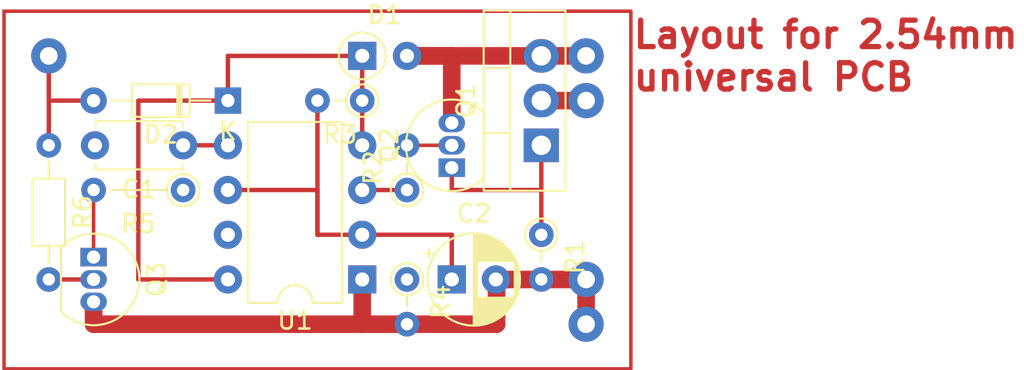
<source format=kicad_pcb>
(kicad_pcb (version 20211014) (generator pcbnew)
  (layers (0 "F.Cu" signal) (31 "B.Cu" signal) (34 "B.Paste" user) (35 "F.Paste" user) (36 "B.SilkS" user "B.Silkscreen") (37 "F.SilkS" user "F.Silkscreen") (38 "B.Mask" user) (39 "F.Mask" user) (44 "Edge.Cuts" user))
  (net 0 "")
  (net 1 "Net-(C1-Pad1)")
  (net 2 "GND")
  (net 3 "Out")
  (net 4 "Net-(Q1-Pad1)")
  (net 5 "Net-(Q2-Pad2)")
  (net 6 "+12V")
  (net 7 "Net-(Q3-Pad1)")
  (net 8 "/Vcc")
  (net 10 "In")
  (net 11 "/On")
  (net 12 "Net-(Q3-Pad2)")
  (net 13 "/Charge")
  (footprint "Package_TO_SOT_THT:TO-92_Inline" (layer "F.Cu") (at 38.1 21.59 90)
    (fp_text reference "Q2" (at 1.27 -3.56 90) (layer "F.SilkS"))
    (fp_text value "BC557C")
    (fp_line (start -0.53 1.85) (end 3.07 1.85) (layer "F.SilkS") (width 0.12))
    (fp_arc (start 1.27 -2.6) (mid 3.672087 -0.994977) (end 3.108478 1.838478) (layer "F.SilkS") (width 0.12))
    (fp_arc (start -0.568478 1.838478) (mid -1.132087 -0.994977) (end 1.27 -2.6) (layer "F.SilkS") (width 0.12))
    (pad "1" thru_hole rect (at 0 0 90) (size 1.05 1.5) (drill 0.75) (layers *.Cu *.Mask) (net 4 "Net-(Q1-Pad1)"))
    (pad "2" thru_hole oval (at 1.27 0 90) (size 1.05 1.5) (drill 0.75) (layers *.Cu *.Mask) (net 5 "Net-(Q2-Pad2)"))
    (pad "3" thru_hole oval (at 2.54 0 90) (size 1.05 1.5) (drill 0.75) (layers *.Cu *.Mask) (net 6 "+12V"))
  )
  (footprint "Resistor_THT:R_Axial_DIN0204_L3.6mm_D1.6mm_P2.54mm_Vertical" (layer "F.Cu") (at 43.18 25.4 -90)
    (fp_text reference "R1" (at 1.27 -1.92 -90) (layer "F.SilkS"))
    (fp_text value "470k")
    (fp_line (start 0.92 0) (end 1.54 0) (layer "F.SilkS") (width 0.12))
    (fp_circle (center 0 0) (end 0.92 0) (layer "F.SilkS") (width 0.12) (fill none))
    (pad "1" thru_hole circle (at 0 0 270) (size 1.4 1.4) (drill 0.7) (layers *.Cu *.Mask) (net 4 "Net-(Q1-Pad1)"))
    (pad "2" thru_hole oval (at 2.54 0 270) (size 1.4 1.4) (drill 0.7) (layers *.Cu *.Mask) (net 2 "GND"))
  )
  (footprint "Package_TO_SOT_THT:TO-92_Inline" (layer "F.Cu") (at 17.78 26.67 -90)
    (fp_text reference "Q3" (at 1.27 -3.56 90) (layer "F.SilkS"))
    (fp_text value "BC548")
    (fp_line (start -0.53 1.85) (end 3.07 1.85) (layer "F.SilkS") (width 0.12))
    (fp_arc (start 1.27 -2.6) (mid 3.672087 -0.994977) (end 3.108478 1.838478) (layer "F.SilkS") (width 0.12))
    (fp_arc (start -0.568478 1.838478) (mid -1.132087 -0.994977) (end 1.27 -2.6) (layer "F.SilkS") (width 0.12))
    (pad "1" thru_hole rect (at 0 0 270) (size 1.05 1.5) (drill 0.75) (layers *.Cu *.Mask) (net 7 "Net-(Q3-Pad1)"))
    (pad "2" thru_hole oval (at 1.27 0 270) (size 1.05 1.5) (drill 0.75) (layers *.Cu *.Mask) (net 12 "Net-(Q3-Pad2)"))
    (pad "3" thru_hole oval (at 2.54 0 270) (size 1.05 1.5) (drill 0.75) (layers *.Cu *.Mask) (net 2 "GND"))
  )
  (footprint "Resistor_THT:R_Axial_DIN0204_L3.6mm_D1.6mm_P7.62mm_Horizontal" (layer "F.Cu") (at 15.24 20.32 -90)
    (fp_text reference "R6" (at 3.81 -1.92 -90) (layer "F.SilkS"))
    (fp_text value "100k")
    (fp_line (start 6.68 0) (end 5.73 0) (layer "F.SilkS") (width 0.12))
    (fp_line (start 5.73 0.92) (end 5.73 -0.92) (layer "F.SilkS") (width 0.12))
    (fp_line (start 5.73 -0.92) (end 1.89 -0.92) (layer "F.SilkS") (width 0.12))
    (fp_line (start 1.89 0.92) (end 5.73 0.92) (layer "F.SilkS") (width 0.12))
    (fp_line (start 0.94 0) (end 1.89 0) (layer "F.SilkS") (width 0.12))
    (fp_line (start 1.89 -0.92) (end 1.89 0.92) (layer "F.SilkS") (width 0.12))
    (pad "1" thru_hole circle (at 0 0 270) (size 1.4 1.4) (drill 0.7) (layers *.Cu *.Mask) (net 10 "In"))
    (pad "2" thru_hole oval (at 7.62 0 270) (size 1.4 1.4) (drill 0.7) (layers *.Cu *.Mask) (net 12 "Net-(Q3-Pad2)"))
  )
  (footprint "Resistor_THT:R_Axial_DIN0204_L3.6mm_D1.6mm_P2.54mm_Vertical" (layer "F.Cu") (at 35.56 22.86 90)
    (fp_text reference "R2" (at 1.27 -1.92 90) (layer "F.SilkS"))
    (fp_text value "470k")
    (fp_line (start 0.92 0) (end 1.54 0) (layer "F.SilkS") (width 0.12))
    (fp_circle (center 0 0) (end 0.92 0) (layer "F.SilkS") (width 0.12) (fill none))
    (pad "1" thru_hole circle (at 0 0 90) (size 1.4 1.4) (drill 0.7) (layers *.Cu *.Mask) (net 11 "/On"))
    (pad "2" thru_hole oval (at 2.54 0 90) (size 1.4 1.4) (drill 0.7) (layers *.Cu *.Mask) (net 5 "Net-(Q2-Pad2)"))
  )
  (footprint "Capacitor_THT:C_Disc_D4.7mm_W2.5mm_P5.00mm" (layer "F.Cu") (at 22.86 20.32 180)
    (fp_text reference "C1" (at 2.5 -2.5) (layer "F.SilkS"))
    (fp_text value "10n")
    (fp_line (start 0.03 1.37) (end 4.97 1.37) (layer "F.SilkS") (width 0.12))
    (fp_line (start 0.03 1.055) (end 0.03 1.37) (layer "F.SilkS") (width 0.12))
    (fp_line (start 4.97 -1.37) (end 4.97 -1.055) (layer "F.SilkS") (width 0.12))
    (fp_line (start 0.03 -1.37) (end 0.03 -1.055) (layer "F.SilkS") (width 0.12))
    (fp_line (start 0.03 -1.37) (end 4.97 -1.37) (layer "F.SilkS") (width 0.12))
    (fp_line (start 4.97 1.055) (end 4.97 1.37) (layer "F.SilkS") (width 0.12))
    (pad "1" thru_hole circle (at 0 0 180) (size 1.6 1.6) (drill 0.8) (layers *.Cu *.Mask) (net 1 "Net-(C1-Pad1)"))
    (pad "2" thru_hole circle (at 5 0 180) (size 1.6 1.6) (drill 0.8) (layers *.Cu *.Mask) (net 2 "GND"))
  )
  (footprint "Resistor_THT:R_Axial_DIN0204_L3.6mm_D1.6mm_P5.08mm_Vertical" (layer "F.Cu") (at 22.86 22.86 180)
    (fp_text reference "R5" (at 2.54 -1.92 180) (layer "F.SilkS"))
    (fp_text value "100")
    (fp_line (start 0.92 0) (end 4.08 0) (layer "F.SilkS") (width 0.12))
    (fp_circle (center 0 0) (end 0.92 0) (layer "F.SilkS") (width 0.12) (fill none))
    (pad "1" thru_hole circle (at 0 0 180) (size 1.4 1.4) (drill 0.7) (layers *.Cu *.Mask) (net 13 "/Charge"))
    (pad "2" thru_hole oval (at 5.08 0 180) (size 1.4 1.4) (drill 0.7) (layers *.Cu *.Mask) (net 7 "Net-(Q3-Pad1)"))
  )
  (footprint "Package_DIP:DIP-8_W7.62mm" (layer "F.Cu") (at 33.02 27.94 180)
    (fp_text reference "U1" (at 3.81 -2.33) (layer "F.SilkS"))
    (fp_text value "ICM7555xP")
    (fp_line (start 1.16 8.95) (end 6.46 8.95) (layer "F.SilkS") (width 0.12))
    (fp_line (start 1.16 -1.33) (end 1.16 8.95) (layer "F.SilkS") (width 0.12))
    (fp_line (start 6.46 -1.33) (end 4.81 -1.33) (layer "F.SilkS") (width 0.12))
    (fp_line (start 2.81 -1.33) (end 1.16 -1.33) (layer "F.SilkS") (width 0.12))
    (fp_line (start 6.46 8.95) (end 6.46 -1.33) (layer "F.SilkS") (width 0.12))
    (fp_arc (start 4.81 -1.33) (mid 3.81 -0.33) (end 2.81 -1.33) (layer "F.SilkS") (width 0.12))
    (pad "1" thru_hole rect (at 0 0 180) (size 1.6 1.6) (drill 0.8) (layers *.Cu *.Mask) (net 2 "GND"))
    (pad "2" thru_hole oval (at 0 2.54 180) (size 1.6 1.6) (drill 0.8) (layers *.Cu *.Mask) (net 13 "/Charge"))
    (pad "3" thru_hole oval (at 0 5.08 180) (size 1.6 1.6) (drill 0.8) (layers *.Cu *.Mask) (net 11 "/On"))
    (pad "4" thru_hole oval (at 0 7.62 180) (size 1.6 1.6) (drill 0.8) (layers *.Cu *.Mask) (net 8 "/Vcc"))
    (pad "5" thru_hole oval (at 7.62 7.62 180) (size 1.6 1.6) (drill 0.8) (layers *.Cu *.Mask) (net 1 "Net-(C1-Pad1)"))
    (pad "6" thru_hole oval (at 7.62 5.08 180) (size 1.6 1.6) (drill 0.8) (layers *.Cu *.Mask) (net 13 "/Charge"))
    (pad "7" thru_hole oval (at 7.62 2.54 180) (size 1.6 1.6) (drill 0.8) (layers *.Cu *.Mask))
    (pad "8" thru_hole oval (at 7.62 0 180) (size 1.6 1.6) (drill 0.8) (layers *.Cu *.Mask) (net 8 "/Vcc"))
  )
  (footprint "Diode_THT:D_DO-35_SOD27_P2.54mm_Vertical_AnodeUp" (layer "F.Cu") (at 33.02 15.24)
    (fp_text reference "D1" (at 1.27 -2.326371) (layer "F.SilkS"))
    (fp_text value "1N4148")
    (fp_line (start 1.326371 0) (end 1.44 0) (layer "F.SilkS") (width 0.12))
    (fp_circle (center 0 0) (end 1.326371 0) (layer "F.SilkS") (width 0.12) (fill none))
    (pad "1" thru_hole rect (at 0 0) (size 1.6 1.6) (drill 0.8) (layers *.Cu *.Mask) (net 8 "/Vcc"))
    (pad "2" thru_hole oval (at 2.54 0) (size 1.6 1.6) (drill 0.8) (layers *.Cu *.Mask) (net 6 "+12V"))
  )
  (footprint "Diode_THT:D_DO-34_SOD68_P7.62mm_Horizontal" (layer "F.Cu") (at 25.4 17.78 180)
    (fp_text reference "D2" (at 3.81 -1.92 180) (layer "F.SilkS"))
    (fp_text value "1N4148")
    (fp_text user "K" (at 0 -1.75 180) (layer "F.SilkS"))
    (fp_line (start 2.746 -0.92) (end 2.746 0.92) (layer "F.SilkS") (width 0.12))
    (fp_line (start 5.45 0.92) (end 5.45 -0.92) (layer "F.SilkS") (width 0.12))
    (fp_line (start 5.45 -0.92) (end 2.17 -0.92) (layer "F.SilkS") (width 0.12))
    (fp_line (start 2.866 -0.92) (end 2.866 0.92) (layer "F.SilkS") (width 0.12))
    (fp_line (start 0.99 0) (end 2.17 0) (layer "F.SilkS") (width 0.12))
    (fp_line (start 2.17 0.92) (end 5.45 0.92) (layer "F.SilkS") (width 0.12))
    (fp_line (start 6.63 0) (end 5.45 0) (layer "F.SilkS") (width 0.12))
    (fp_line (start 2.17 -0.92) (end 2.17 0.92) (layer "F.SilkS") (width 0.12))
    (fp_line (start 2.626 -0.92) (end 2.626 0.92) (layer "F.SilkS") (width 0.12))
    (pad "1" thru_hole rect (at 0 0 180) (size 1.5 1.5) (drill 0.75) (layers *.Cu *.Mask) (net 8 "/Vcc"))
    (pad "2" thru_hole oval (at 7.62 0 180) (size 1.5 1.5) (drill 0.75) (layers *.Cu *.Mask) (net 10 "In"))
  )
  (footprint "Resistor_THT:R_Axial_DIN0204_L3.6mm_D1.6mm_P2.54mm_Vertical" (layer "F.Cu") (at 35.56 27.94 -90)
    (fp_text reference "R4" (at 1.27 -1.92 90) (layer "F.SilkS"))
    (fp_text value "1Meg")
    (fp_line (start 0.92 0) (end 1.54 0) (layer "F.SilkS") (width 0.12))
    (fp_circle (center 0 0) (end 0.92 0) (layer "F.SilkS") (width 0.12) (fill none))
    (pad "1" thru_hole circle (at 0 0 270) (size 1.4 1.4) (drill 0.7) (layers *.Cu *.Mask) (net 13 "/Charge"))
    (pad "2" thru_hole oval (at 2.54 0 270) (size 1.4 1.4) (drill 0.7) (layers *.Cu *.Mask) (net 2 "GND"))
  )
  (footprint "Resistor_THT:R_Axial_DIN0204_L3.6mm_D1.6mm_P2.54mm_Vertical" (layer "F.Cu") (at 33.02 17.78 180)
    (fp_text reference "R3" (at 1.27 -1.92) (layer "F.SilkS"))
    (fp_text value "100k")
    (fp_line (start 0.92 0) (end 1.54 0) (layer "F.SilkS") (width 0.12))
    (fp_circle (center 0 0) (end 0.92 0) (layer "F.SilkS") (width 0.12) (fill none))
    (pad "1" thru_hole circle (at 0 0 180) (size 1.4 1.4) (drill 0.7) (layers *.Cu *.Mask) (net 8 "/Vcc"))
    (pad "2" thru_hole oval (at 2.54 0 180) (size 1.4 1.4) (drill 0.7) (layers *.Cu *.Mask) (net 13 "/Charge"))
  )
  (footprint "Package_TO_SOT_THT:TO-220-3_Vertical" (layer "F.Cu") (at 43.18 20.32 90)
    (fp_text reference "Q1" (at 2.54 -4.27 90) (layer "F.SilkS"))
    (fp_text value "IRF4905")
    (fp_line (start -2.58 1.371) (end 7.66 1.371) (layer "F.SilkS") (width 0.12))
    (fp_line (start -2.58 -3.27) (end 7.66 -3.27) (layer "F.SilkS") (width 0.12))
    (fp_line (start -2.58 -3.27) (end -2.58 1.371) (layer "F.SilkS") (width 0.12))
    (fp_line (start 0.69 -3.27) (end 0.69 -1.76) (layer "F.SilkS") (width 0.12))
    (fp_line (start -2.58 -1.76) (end 7.66 -1.76) (layer "F.SilkS") (width 0.12))
    (fp_line (start 4.391 -3.27) (end 4.391 -1.76) (layer "F.SilkS") (width 0.12))
    (fp_line (start 7.66 -3.27) (end 7.66 1.371) (layer "F.SilkS") (width 0.12))
    (pad "1" thru_hole rect (at 0 0 90) (size 1.905 2) (drill 1.1) (layers *.Cu *.Mask) (net 4 "Net-(Q1-Pad1)"))
    (pad "2" thru_hole oval (at 2.54 0 90) (size 1.905 2) (drill 1.1) (layers *.Cu *.Mask) (net 3 "Out"))
    (pad "3" thru_hole oval (at 5.08 0 90) (size 1.905 2) (drill 1.1) (layers *.Cu *.Mask) (net 6 "+12V"))
  )
  (footprint "Capacitor_THT:CP_Radial_D5.0mm_P2.50mm" (layer "F.Cu") (at 38.1 27.94)
    (fp_text reference "C2" (at 1.25 -3.75) (layer "F.SilkS"))
    (fp_text value "470u")
    (fp_line (start -1.554775 -1.475) (end -1.054775 -1.475) (layer "F.SilkS") (width 0.12))
    (fp_line (start 2.371 1.04) (end 2.371 2.329) (layer "F.SilkS") (width 0.12))
    (fp_line (start 3.571 -1.178) (end 3.571 1.178) (layer "F.SilkS") (width 0.12))
    (fp_line (start 1.93 -2.491) (end 1.93 -1.04) (layer "F.SilkS") (width 0.12))
    (fp_line (start -1.304775 -1.725) (end -1.304775 -1.225) (layer "F.SilkS") (width 0.12))
    (fp_line (start 3.051 -1.864) (end 3.051 -1.04) (layer "F.SilkS") (width 0.12))
    (fp_line (start 2.491 1.04) (end 2.491 2.268) (layer "F.SilkS") (width 0.12))
    (fp_line (start 2.811 -2.065) (end 2.811 -1.04) (layer "F.SilkS") (width 0.12))
    (fp_line (start 2.011 1.04) (end 2.011 2.468) (layer "F.SilkS") (width 0.12))
    (fp_line (start 3.651 -1.011) (end 3.651 1.011) (layer "F.SilkS") (width 0.12))
    (fp_line (start 1.77 1.04) (end 1.77 2.528) (layer "F.SilkS") (width 0.12))
    (fp_line (start 2.531 1.04) (end 2.531 2.247) (layer "F.SilkS") (width 0.12))
    (fp_line (start 1.85 -2.511) (end 1.85 -1.04) (layer "F.SilkS") (width 0.12))
    (fp_line (start 2.691 1.04) (end 2.691 2.149) (layer "F.SilkS") (width 0.12))
    (fp_line (start 3.331 1.04) (end 3.331 1.554) (layer "F.SilkS") (width 0.12))
    (fp_line (start 1.93 1.04) (end 1.93 2.491) (layer "F.SilkS") (width 0.12))
    (fp_line (start 3.291 1.04) (end 3.291 1.605) (layer "F.SilkS") (width 0.12))
    (fp_line (start 3.811 -0.518) (end 3.811 0.518) (layer "F.SilkS") (width 0.12))
    (fp_line (start 3.731 -0.805) (end 3.731 0.805) (layer "F.SilkS") (width 0.12))
    (fp_line (start 3.171 -1.743) (end 3.171 -1.04) (layer "F.SilkS") (width 0.12))
    (fp_line (start 1.69 1.04) (end 1.69 2.543) (layer "F.SilkS") (width 0.12))
    (fp_line (start 2.451 -2.29) (end 2.451 -1.04) (layer "F.SilkS") (width 0.12))
    (fp_line (start 1.45 -2.573) (end 1.45 2.573) (layer "F.SilkS") (width 0.12))
    (fp_line (start 1.971 -2.48) (end 1.971 -1.04) (layer "F.SilkS") (width 0.12))
    (fp_line (start 3.091 1.04) (end 3.091 1.826) (layer "F.SilkS") (width 0.12))
    (fp_line (start 2.131 1.04) (end 2.131 2.428) (layer "F.SilkS") (width 0.12))
    (fp_line (start 1.49 -2.569) (end 1.49 -1.04) (layer "F.SilkS") (width 0.12))
    (fp_line (start 2.571 1.04) (end 2.571 2.224) (layer "F.SilkS") (width 0.12))
    (fp_line (start 3.211 1.04) (end 3.211 1.699) (layer "F.SilkS") (width 0.12))
    (fp_line (start 1.65 1.04) (end 1.65 2.55) (layer "F.SilkS") (width 0.12))
    (fp_line (start 1.65 -2.55) (end 1.65 -1.04) (layer "F.SilkS") (width 0.12))
    (fp_line (start 2.331 -2.348) (end 2.331 -1.04) (layer "F.SilkS") (width 0.12))
    (fp_line (start 2.011 -2.468) (end 2.011 -1.04) (layer "F.SilkS") (width 0.12))
    (fp_line (start 1.61 1.04) (end 1.61 2.556) (layer "F.SilkS") (width 0.12))
    (fp_line (start 2.571 -2.224) (end 2.571 -1.04) (layer "F.SilkS") (width 0.12))
    (fp_line (start 3.131 -1.785) (end 3.131 -1.04) (layer "F.SilkS") (width 0.12))
    (fp_line (start 2.251 -2.382) (end 2.251 -1.04) (layer "F.SilkS") (width 0.12))
    (fp_line (start 2.771 -2.095) (end 2.771 -1.04) (layer "F.SilkS") (width 0.12))
    (fp_line (start 1.29 -2.58) (end 1.29 2.58) (layer "F.SilkS") (width 0.12))
    (fp_line (start 3.171 1.04) (end 3.171 1.743) (layer "F.SilkS") (width 0.12))
    (fp_line (start 2.731 -2.122) (end 2.731 -1.04) (layer "F.SilkS") (width 0.12))
    (fp_line (start 1.81 -2.52) (end 1.81 -1.04) (layer "F.SilkS") (width 0.12))
    (fp_line (start 2.811 1.04) (end 2.811 2.065) (layer "F.SilkS") (width 0.12))
    (fp_line (start 2.171 -2.414) (end 2.171 -1.04) (layer "F.SilkS") (width 0.12))
    (fp_line (start 1.53 1.04) (end 1.53 2.565) (layer "F.SilkS") (width 0.12))
    (fp_line (start 2.291 1.04) (end 2.291 2.365) (layer "F.SilkS") (width 0.12))
    (fp_line (start 3.251 1.04) (end 3.251 1.653) (layer "F.SilkS") (width 0.12))
    (fp_line (start 3.371 1.04) (end 3.371 1.5) (layer "F.SilkS") (width 0.12))
    (fp_line (start 2.211 -2.398) (end 2.211 -1.04) (layer "F.SilkS") (width 0.12))
    (fp_line (start 2.891 -2.004) (end 2.891 -1.04) (layer "F.SilkS") (width 0.12))
    (fp_line (start 1.49 1.04) (end 1.49 2.569) (layer "F.SilkS") (width 0.12))
    (fp_line (start 3.371 -1.5) (end 3.371 -1.04) (layer "F.SilkS") (width 0.12))
    (fp_line (start 3.411 -1.443) (end 3.411 -1.04) (layer "F.SilkS") (width 0.12))
    (fp_line (start 1.37 -2.578) (end 1.37 2.578) (layer "F.SilkS") (width 0.12))
    (fp_line (start 2.971 -1.937) (end 2.971 -1.04) (layer "F.SilkS") (width 0.12))
    (fp_line (start 2.291 -2.365) (end 2.291 -1.04) (layer "F.SilkS") (width 0.12))
    (fp_line (start 3.051 1.04) (end 3.051 1.864) (layer "F.SilkS") (width 0.12))
    (fp_line (start 1.33 -2.579) (end 1.33 2.579) (layer "F.SilkS") (width 0.12))
    (fp_line (start 3.491 1.04) (end 3.491 1.319) (layer "F.SilkS") (width 0.12))
    (fp_line (start 2.771 1.04) (end 2.771 2.095) (layer "F.SilkS") (width 0.12))
    (fp_line (start 1.971 1.04) (end 1.971 2.48) (layer "F.SilkS") (width 0.12))
    (fp_line (start 1.85 1.04) (end 1.85 2.511) (layer "F.SilkS") (width 0.12))
    (fp_line (start 3.091 -1.826) (end 3.091 -1.04) (layer "F.SilkS") (width 0.12))
    (fp_line (start 3.491 -1.319) (end 3.491 -1.04) (layer "F.SilkS") (width 0.12))
    (fp_line (start 3.531 1.04) (end 3.531 1.251) (layer "F.SilkS") (width 0.12))
    (fp_line (start 3.211 -1.699) (end 3.211 -1.04) (layer "F.SilkS") (width 0.12))
    (fp_line (start 2.731 1.04) (end 2.731 2.122) (layer "F.SilkS") (width 0.12))
    (fp_line (start 1.57 -2.561) (end 1.57 -1.04) (layer "F.SilkS") (width 0.12))
    (fp_line (start 1.25 -2.58) (end 1.25 2.58) (layer "F.SilkS") (width 0.12))
    (fp_line (start 2.611 -2.2) (end 2.611 -1.04) (layer "F.SilkS") (width 0.12))
    (fp_line (start 2.411 1.04) (end 2.411 2.31) (layer "F.SilkS") (width 0.12))
    (fp_line (start 3.011 1.04) (end 3.011 1.901) (layer "F.SilkS") (width 0.12))
    (fp_line (start 2.251 1.04) (end 2.251 2.382) (layer "F.SilkS") (width 0.12))
    (fp_line (start 2.851 -2.035) (end 2.851 -1.04) (layer "F.SilkS") (width 0.12))
    (fp_line (start 3.531 -1.251) (end 3.531 -1.04) (layer "F.SilkS") (width 0.12))
    (fp_line (start 2.691 -2.149) (end 2.691 -1.04) (layer "F.SilkS") (width 0.12))
    (fp_line (start 2.371 -2.329) (end 2.371 -1.04) (layer "F.SilkS") (width 0.12))
    (fp_line (start 2.851 1.04) (end 2.851 2.035) (layer "F.SilkS") (width 0.12))
    (fp_line (start 2.971 1.04) (end 2.971 1.937) (layer "F.SilkS") (width 0.12))
    (fp_line (start 1.73 -2.536) (end 1.73 -1.04) (layer "F.SilkS") (width 0.12))
    (fp_line (start 3.451 -1.383) (end 3.451 -1.04) (layer "F.SilkS") (width 0.12))
    (fp_line (start 3.851 -0.284) (end 3.851 0.284) (layer "F.SilkS") (width 0.12))
    (fp_line (start 1.77 -2.528) (end 1.77 -1.04) (layer "F.SilkS") (width 0.12))
    (fp_line (start 3.331 -1.554) (end 3.331 -1.04) (layer "F.SilkS") (width 0.12))
    (fp_line (start 1.61 -2.556) (end 1.61 -1.04) (layer "F.SilkS") (width 0.12))
    (fp_line (start 3.691 -0.915) (end 3.691 0.915) (layer "F.SilkS") (width 0.12))
    (fp_line (start 3.771 -0.677) (end 3.771 0.677) (layer "F.SilkS") (width 0.12))
    (fp_line (start 2.651 1.04) (end 2.651 2.175) (layer "F.SilkS") (width 0.12))
    (fp_line (start 3.011 -1.901) (end 3.011 -1.04) (layer "F.SilkS") (width 0.12))
    (fp_line (start 2.411 -2.31) (end 2.411 -1.04) (layer "F.SilkS") (width 0.12))
    (fp_line (start 2.891 1.04) (end 2.891 2.004) (layer "F.SilkS") (width 0.12))
    (fp_line (start 2.171 1.04) (end 2.171 2.414) (layer "F.SilkS") (width 0.12))
    (fp_line (start 3.291 -1.605) (end 3.291 -1.04) (layer "F.SilkS") (width 0.12))
    (fp_line (start 1.73 1.04) (end 1.73 2.536) (layer "F.SilkS") (width 0.12))
    (fp_line (start 1.69 -2.543) (end 1.69 -1.04) (layer "F.SilkS") (width 0.12))
    (fp_line (start 2.051 -2.455) (end 2.051 -1.04) (layer "F.SilkS") (width 0.12))
    (fp_line (start 3.251 -1.653) (end 3.251 -1.04) (layer "F.SilkS") (width 0.12))
    (fp_line (start 2.051 1.04) (end 2.051 2.455) (layer "F.SilkS") (width 0.12))
    (fp_line (start 2.091 -2.442) (end 2.091 -1.04) (layer "F.SilkS") (width 0.12))
    (fp_line (start 2.931 1.04) (end 2.931 1.971) (layer "F.SilkS") (width 0.12))
    (fp_line (start 2.451 1.04) (end 2.451 2.29) (layer "F.SilkS") (width 0.12))
    (fp_line (start 2.131 -2.428) (end 2.131 -1.04) (layer "F.SilkS") (width 0.12))
    (fp_line (start 2.211 1.04) (end 2.211 2.398) (layer "F.SilkS") (width 0.12))
    (fp_line (start 2.491 -2.268) (end 2.491 -1.04) (layer "F.SilkS") (width 0.12))
    (fp_line (start 1.89 -2.501) (end 1.89 -1.04) (layer "F.SilkS") (width 0.12))
    (fp_line (start 2.531 -2.247) (end 2.531 -1.04) (layer "F.SilkS") (width 0.12))
    (fp_line (start 1.89 1.04) (end 1.89 2.501) (layer "F.SilkS") (width 0.12))
    (fp_line (start 1.57 1.04) (end 1.57 2.561) (layer "F.SilkS") (width 0.12))
    (fp_line (start 3.131 1.04) (end 3.131 1.785) (layer "F.SilkS") (width 0.12))
    (fp_line (start 1.41 -2.576) (end 1.41 2.576) (layer "F.SilkS") (width 0.12))
    (fp_line (start 2.931 -1.971) (end 2.931 -1.04) (layer "F.SilkS") (width 0.12))
    (fp_line (start 2.091 1.04) (end 2.091 2.442) (layer "F.SilkS") (width 0.12))
    (fp_line (start 3.451 1.04) (end 3.451 1.383) (layer "F.SilkS") (width 0.12))
    (fp_line (start 3.611 -1.098) (end 3.611 1.098) (layer "F.SilkS") (width 0.12))
    (fp_line (start 2.651 -2.175) (end 2.651 -1.04) (layer "F.SilkS") (width 0.12))
    (fp_line (start 2.331 1.04) (end 2.331 2.348) (layer "F.SilkS") (width 0.12))
    (fp_line (start 1.81 1.04) (end 1.81 2.52) (layer "F.SilkS") (width 0.12))
    (fp_line (start 2.611 1.04) (end 2.611 2.2) (layer "F.SilkS") (width 0.12))
    (fp_line (start 1.53 -2.565) (end 1.53 -1.04) (layer "F.SilkS") (width 0.12))
    (fp_line (start 3.411 1.04) (end 3.411 1.443) (layer "F.SilkS") (width 0.12))
    (fp_circle (center 1.25 0) (end 3.87 0) (layer "F.SilkS") (width 0.12) (fill none))
    (pad "1" thru_hole rect (at 0 0) (size 1.6 1.6) (drill 0.8) (layers *.Cu *.Mask) (net 13 "/Charge"))
    (pad "2" thru_hole circle (at 2.5 0) (size 1.6 1.6) (drill 0.8) (layers *.Cu *.Mask) (net 2 "GND"))
  )
  (gr_line (start 35.56 20.32) (end 38.1 20.32) (layer "F.Cu") (width 0.2))
  (gr_line (start 17.78 26.67) (end 17.78 22.86) (layer "F.Cu") (width 0.2))
  (gr_rect (start 48.26 12.7) (end 12.7 33.02) (layer "F.Cu") (width 0.2) (fill none))
  (gr_text "Layout for 2.54mm\nuniversal PCB" (at 48.26 15.24) (layer "F.Cu") (effects (font (size 1.5 1.5) (thickness 0.3)) (justify left)))
  (segment (start 22.86 20.32) (end 25.4 20.32) (width 0.25) (layer "F.Cu") (net 1))
  (segment (start 40.64 27.98) (end 40.64 30.48) (width 1) (layer "F.Cu") (net 2))
  (segment (start 40.64 30.48) (end 33.02 30.48) (width 1) (layer "F.Cu") (net 2))
  (segment (start 17.78 30.48) (end 17.78 29.21) (width 1) (layer "F.Cu") (net 2))
  (segment (start 43.18 27.94) (end 40.6 27.94) (width 1) (layer "F.Cu") (net 2))
  (segment (start 45.72 27.94) (end 43.18 27.94) (width 1) (layer "F.Cu") (net 2))
  (segment (start 45.72 30.48) (end 45.72 27.94) (width 1) (layer "F.Cu") (net 2))
  (segment (start 40.6 27.94) (end 40.64 27.98) (width 1) (layer "F.Cu") (net 2))
  (segment (start 33.02 30.48) (end 17.78 30.48) (width 1) (layer "F.Cu") (net 2))
  (segment (start 33.02 27.94) (end 33.02 30.48) (width 1) (layer "F.Cu") (net 2))
  (via (at 45.72 30.48) (size 2) (drill 1) (layers "F.Cu" "B.Cu") (net 2))
  (via (at 45.72 27.94) (size 2) (drill 1) (layers "F.Cu" "B.Cu") (net 2))
  (segment (start 43.18 17.78) (end 45.72 17.78) (width 1) (layer "F.Cu") (net 3))
  (via (at 45.72 17.78) (size 2) (drill 1) (layers "F.Cu" "B.Cu") (net 3))
  (segment (start 43.18 22.86) (end 43.18 20.32) (width 0.25) (layer "F.Cu") (net 4))
  (segment (start 38.1 22.86) (end 43.18 22.86) (width 0.25) (layer "F.Cu") (net 4))
  (segment (start 38.1 21.59) (end 38.1 22.86) (width 0.25) (layer "F.Cu") (net 4))
  (segment (start 43.18 25.4) (end 43.18 22.86) (width 0.25) (layer "F.Cu") (net 4))
  (segment (start 35.56 15.24) (end 45.72 15.24) (width 1) (layer "F.Cu") (net 6))
  (segment (start 38.1 19.05) (end 38.1 15.24) (width 1) (layer "F.Cu") (net 6))
  (segment (start 38.1 15.24) (end 35.56 15.24) (width 1) (layer "F.Cu") (net 6))
  (via (at 45.72 15.24) (size 2) (drill 1) (layers "F.Cu" "B.Cu") (net 6))
  (segment (start 25.4 17.78) (end 20.32 17.78) (width 0.25) (layer "F.Cu") (net 8))
  (segment (start 33.02 15.24) (end 25.4 15.24) (width 0.25) (layer "F.Cu") (net 8))
  (segment (start 20.32 27.94) (end 25.4 27.94) (width 0.25) (layer "F.Cu") (net 8))
  (segment (start 33.02 17.78) (end 33.02 15.24) (width 0.25) (layer "F.Cu") (net 8))
  (segment (start 33.02 20.32) (end 33.02 17.78) (width 0.25) (layer "F.Cu") (net 8))
  (segment (start 20.32 17.78) (end 20.32 27.94) (width 0.25) (layer "F.Cu") (net 8))
  (segment (start 25.4 15.24) (end 25.4 17.78) (width 0.25) (layer "F.Cu") (net 8))
  (segment (start 15.24 20.32) (end 15.24 15.24) (width 0.25) (layer "F.Cu") (net 10))
  (segment (start 15.24 15.24) (end 15.24 17.78) (width 0.25) (layer "F.Cu") (net 10))
  (segment (start 15.24 17.78) (end 17.78 17.78) (width 0.25) (layer "F.Cu") (net 10))
  (via (at 15.24 15.24) (size 2) (drill 1) (layers "F.Cu" "B.Cu") (net 10))
  (segment (start 33.02 22.86) (end 35.56 22.86) (width 0.25) (layer "F.Cu") (net 11))
  (segment (start 15.24 27.94) (end 17.78 27.94) (width 0.25) (layer "F.Cu") (net 12))
  (segment (start 38.1 25.4) (end 38.1 27.94) (width 0.25) (layer "F.Cu") (net 13))
  (segment (start 30.48 17.78) (end 30.48 25.4) (width 0.25) (layer "F.Cu") (net 13))
  (segment (start 30.48 22.86) (end 30.48 25.4) (width 0.25) (layer "F.Cu") (net 13))
  (segment (start 25.4 22.86) (end 30.48 22.86) (width 0.25) (layer "F.Cu") (net 13))
  (segment (start 30.48 25.4) (end 38.1 25.4) (width 0.25) (layer "F.Cu") (net 13))
)
</source>
